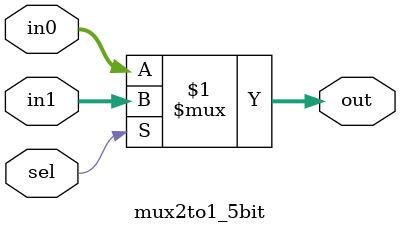
<source format=v>
module mux2to1_5bit (
    input  [4:0] in0,
    input  [4:0] in1,
    input        sel,
    output [4:0] out
);

    assign out = sel ? in1 : in0;

endmodule

</source>
